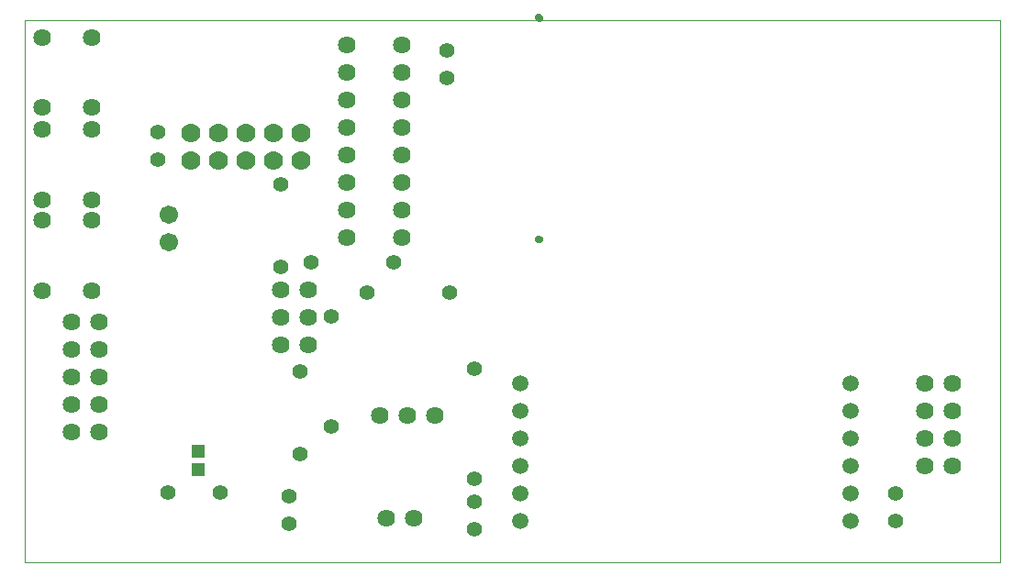
<source format=gbs>
G75*
%MOIN*%
%OFA0B0*%
%FSLAX24Y24*%
%IPPOS*%
%LPD*%
%AMOC8*
5,1,8,0,0,1.08239X$1,22.5*
%
%ADD10C,0.0000*%
%ADD11C,0.0560*%
%ADD12C,0.0700*%
%ADD13C,0.0640*%
%ADD14C,0.0670*%
%ADD15C,0.0594*%
%ADD16C,0.0276*%
%ADD17R,0.0465X0.0453*%
D10*
X000280Y001107D02*
X035713Y001107D01*
X035713Y001157D02*
X035713Y020792D01*
X000280Y020792D01*
X000280Y001107D01*
X018858Y012845D02*
X018860Y012866D01*
X018866Y012886D01*
X018875Y012906D01*
X018887Y012923D01*
X018902Y012937D01*
X018920Y012949D01*
X018940Y012957D01*
X018960Y012962D01*
X018981Y012963D01*
X019002Y012960D01*
X019022Y012954D01*
X019041Y012943D01*
X019058Y012930D01*
X019071Y012914D01*
X019082Y012896D01*
X019090Y012876D01*
X019094Y012856D01*
X019094Y012834D01*
X019090Y012814D01*
X019082Y012794D01*
X019071Y012776D01*
X019058Y012760D01*
X019041Y012747D01*
X019022Y012736D01*
X019002Y012730D01*
X018981Y012727D01*
X018960Y012728D01*
X018940Y012733D01*
X018920Y012741D01*
X018902Y012753D01*
X018887Y012767D01*
X018875Y012784D01*
X018866Y012804D01*
X018860Y012824D01*
X018858Y012845D01*
X018858Y020896D02*
X018860Y020917D01*
X018866Y020937D01*
X018875Y020957D01*
X018887Y020974D01*
X018902Y020988D01*
X018920Y021000D01*
X018940Y021008D01*
X018960Y021013D01*
X018981Y021014D01*
X019002Y021011D01*
X019022Y021005D01*
X019041Y020994D01*
X019058Y020981D01*
X019071Y020965D01*
X019082Y020947D01*
X019090Y020927D01*
X019094Y020907D01*
X019094Y020885D01*
X019090Y020865D01*
X019082Y020845D01*
X019071Y020827D01*
X019058Y020811D01*
X019041Y020798D01*
X019022Y020787D01*
X019002Y020781D01*
X018981Y020778D01*
X018960Y020779D01*
X018940Y020784D01*
X018920Y020792D01*
X018902Y020804D01*
X018887Y020818D01*
X018875Y020835D01*
X018866Y020855D01*
X018860Y020875D01*
X018858Y020896D01*
D11*
X015630Y019707D03*
X015630Y018707D03*
X009580Y014857D03*
X010680Y012007D03*
X009580Y011857D03*
X011430Y010057D03*
X012730Y010907D03*
X013680Y012007D03*
X015730Y010907D03*
X016630Y008157D03*
X011430Y006057D03*
X010280Y005057D03*
X009880Y003507D03*
X009880Y002507D03*
X007380Y003657D03*
X005480Y003657D03*
X010280Y008057D03*
X016630Y004157D03*
X016630Y003307D03*
X016630Y002307D03*
X031930Y002607D03*
X031930Y003607D03*
X005130Y015757D03*
X005130Y016757D03*
D12*
X006330Y016707D03*
X007330Y016707D03*
X008330Y016707D03*
X009330Y016707D03*
X010330Y016707D03*
X010330Y015707D03*
X009330Y015707D03*
X008330Y015707D03*
X007330Y015707D03*
X006330Y015707D03*
D13*
X002720Y016837D03*
X002720Y017627D03*
X000940Y017627D03*
X000940Y016837D03*
X000940Y014277D03*
X000940Y013537D03*
X002720Y013537D03*
X002720Y014277D03*
X002720Y010977D03*
X002980Y009857D03*
X001980Y009857D03*
X001980Y008857D03*
X002980Y008857D03*
X002980Y007857D03*
X001980Y007857D03*
X001980Y006857D03*
X002980Y006857D03*
X002980Y005857D03*
X001980Y005857D03*
X000940Y010977D03*
X009580Y011007D03*
X010580Y011007D03*
X010580Y010007D03*
X009580Y010007D03*
X009580Y009007D03*
X010580Y009007D03*
X013180Y006457D03*
X014180Y006457D03*
X015180Y006457D03*
X014430Y002707D03*
X013430Y002707D03*
X013980Y012907D03*
X013980Y013907D03*
X013980Y014907D03*
X013980Y015907D03*
X013980Y016907D03*
X013980Y017907D03*
X013980Y018907D03*
X013980Y019907D03*
X011980Y019907D03*
X011980Y018907D03*
X011980Y017907D03*
X011980Y016907D03*
X011980Y015907D03*
X011980Y014907D03*
X011980Y013907D03*
X011980Y012907D03*
X002720Y020187D03*
X000940Y020187D03*
X032980Y007607D03*
X033980Y007607D03*
X033980Y006607D03*
X032980Y006607D03*
X032980Y005607D03*
X033980Y005607D03*
X033980Y004607D03*
X032980Y004607D03*
D14*
X005530Y012757D03*
X005530Y013757D03*
D15*
X018280Y007607D03*
X018280Y006607D03*
X018280Y005607D03*
X018280Y004607D03*
X018280Y003607D03*
X018280Y002607D03*
X030280Y002607D03*
X030280Y003607D03*
X030280Y004607D03*
X030280Y005607D03*
X030280Y006607D03*
X030280Y007607D03*
D16*
X018976Y012845D03*
X018976Y020896D03*
D17*
X006580Y005151D03*
X006580Y004462D03*
M02*

</source>
